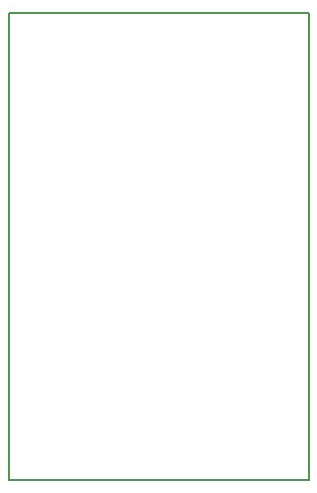
<source format=gbr>
G04 #@! TF.GenerationSoftware,KiCad,Pcbnew,(5.0.0-3-g5ebb6b6)*
G04 #@! TF.CreationDate,2018-10-03T13:59:26-07:00*
G04 #@! TF.ProjectId,Phone Charger,50686F6E6520436861726765722E6B69,rev?*
G04 #@! TF.SameCoordinates,Original*
G04 #@! TF.FileFunction,Profile,NP*
%FSLAX46Y46*%
G04 Gerber Fmt 4.6, Leading zero omitted, Abs format (unit mm)*
G04 Created by KiCad (PCBNEW (5.0.0-3-g5ebb6b6)) date Wednesday, October 03, 2018 at 01:59:26 PM*
%MOMM*%
%LPD*%
G01*
G04 APERTURE LIST*
%ADD10C,0.200000*%
G04 APERTURE END LIST*
D10*
X162465000Y-74930000D02*
X137065000Y-74930000D01*
X162465000Y-114500000D02*
X162465000Y-74930000D01*
X137065000Y-114500000D02*
X162465000Y-114500000D01*
X137065000Y-74930000D02*
X137065000Y-114500000D01*
M02*

</source>
